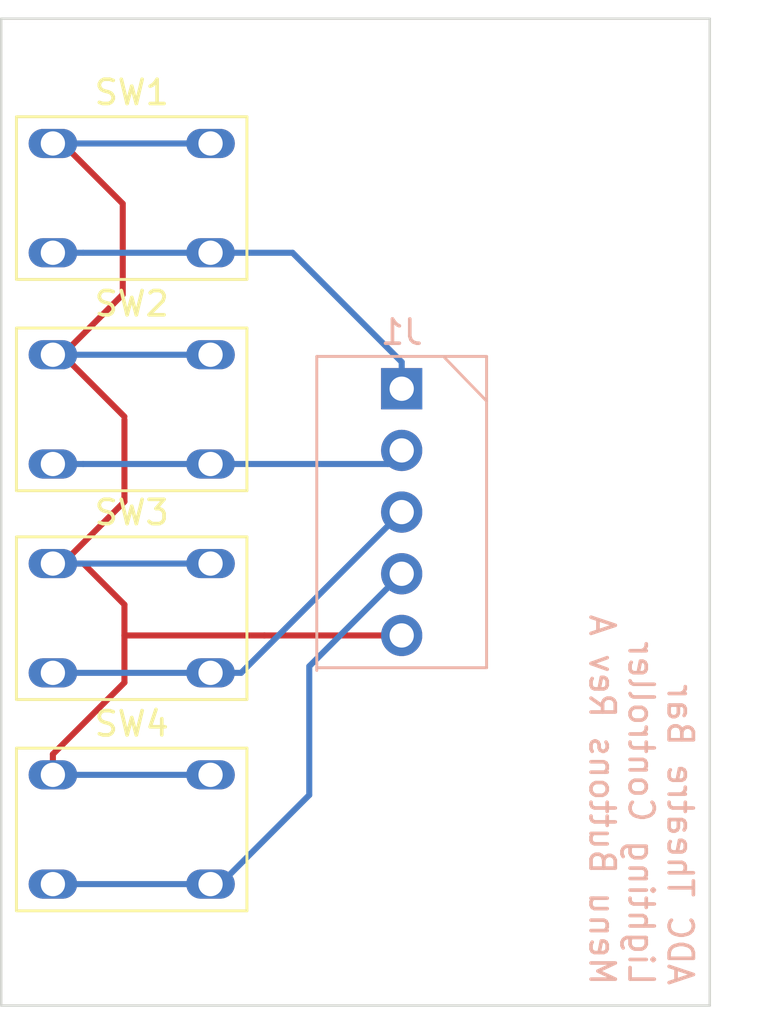
<source format=kicad_pcb>
(kicad_pcb (version 20171130) (host pcbnew "(5.1.4-0-10_14)")

  (general
    (thickness 1.6)
    (drawings 5)
    (tracks 37)
    (zones 0)
    (modules 8)
    (nets 6)
  )

  (page A4)
  (title_block
    (title "ADC Theatre Bar Lighting Controller - Menu Buttons")
    (date 2019-12-30)
    (rev A)
    (company "John Evans")
  )

  (layers
    (0 F.Cu signal)
    (31 B.Cu signal)
    (32 B.Adhes user)
    (33 F.Adhes user)
    (34 B.Paste user)
    (35 F.Paste user)
    (36 B.SilkS user)
    (37 F.SilkS user)
    (38 B.Mask user)
    (39 F.Mask user)
    (40 Dwgs.User user)
    (41 Cmts.User user)
    (42 Eco1.User user)
    (43 Eco2.User user)
    (44 Edge.Cuts user)
    (45 Margin user)
    (46 B.CrtYd user)
    (47 F.CrtYd user)
    (48 B.Fab user)
    (49 F.Fab user)
  )

  (setup
    (last_trace_width 0.25)
    (trace_clearance 0.2)
    (zone_clearance 0.508)
    (zone_45_only no)
    (trace_min 0.2)
    (via_size 0.8)
    (via_drill 0.4)
    (via_min_size 0.6)
    (via_min_drill 0.4)
    (uvia_size 0.3)
    (uvia_drill 0.1)
    (uvias_allowed no)
    (uvia_min_size 0.2)
    (uvia_min_drill 0.1)
    (edge_width 0.05)
    (segment_width 0.2)
    (pcb_text_width 0.3)
    (pcb_text_size 1.5 1.5)
    (mod_edge_width 0.12)
    (mod_text_size 1 1)
    (mod_text_width 0.15)
    (pad_size 1.524 1.524)
    (pad_drill 0.762)
    (pad_to_mask_clearance 0.051)
    (solder_mask_min_width 0.25)
    (aux_axis_origin 0 0)
    (visible_elements FFFFFF7F)
    (pcbplotparams
      (layerselection 0x010f0_ffffffff)
      (usegerberextensions false)
      (usegerberattributes false)
      (usegerberadvancedattributes false)
      (creategerberjobfile false)
      (excludeedgelayer true)
      (linewidth 0.100000)
      (plotframeref false)
      (viasonmask false)
      (mode 1)
      (useauxorigin false)
      (hpglpennumber 1)
      (hpglpenspeed 20)
      (hpglpendiameter 15.000000)
      (psnegative false)
      (psa4output false)
      (plotreference true)
      (plotvalue true)
      (plotinvisibletext false)
      (padsonsilk false)
      (subtractmaskfromsilk false)
      (outputformat 1)
      (mirror false)
      (drillshape 0)
      (scaleselection 1)
      (outputdirectory "/Users/John/Desktop/"))
  )

  (net 0 "")
  (net 1 "Net-(J1-Pad1)")
  (net 2 "Net-(J1-Pad2)")
  (net 3 "Net-(J1-Pad3)")
  (net 4 "Net-(J1-Pad4)")
  (net 5 "Net-(J1-Pad5)")

  (net_class Default "This is the default net class."
    (clearance 0.2)
    (trace_width 0.25)
    (via_dia 0.8)
    (via_drill 0.4)
    (uvia_dia 0.3)
    (uvia_drill 0.1)
    (add_net "Net-(J1-Pad1)")
    (add_net "Net-(J1-Pad2)")
    (add_net "Net-(J1-Pad3)")
    (add_net "Net-(J1-Pad4)")
    (add_net "Net-(J1-Pad5)")
  )

  (module Connector_PinHeader_2.54mm:Molex_KK254_1x05Vertical (layer B.Cu) (tedit 5E0CBAE3) (tstamp 5E0A8DAB)
    (at 151.13 69.85 180)
    (descr "Through hole straight pin header, 1x05, 2.54mm pitch, single row")
    (tags "Through hole pin header THT 1x05 2.54mm single row")
    (path /5E0A2F86)
    (fp_text reference J1 (at 0 2.33) (layer B.SilkS)
      (effects (font (size 1 1) (thickness 0.15)) (justify mirror))
    )
    (fp_text value Conn_01x05 (at 0 -12.49) (layer B.Fab)
      (effects (font (size 1 1) (thickness 0.15)) (justify mirror))
    )
    (fp_text user %R (at 0 -5.08 270) (layer B.Fab)
      (effects (font (size 1 1) (thickness 0.15)) (justify mirror))
    )
    (fp_line (start 3.18 1.19) (end -3.18 1.19) (layer B.CrtYd) (width 0.05))
    (fp_line (start 3.18 -11.36) (end 3.18 1.19) (layer B.CrtYd) (width 0.05))
    (fp_line (start -3.18 -11.36) (end 3.18 -11.36) (layer B.CrtYd) (width 0.05))
    (fp_line (start -3.18 1.19) (end -3.18 -11.36) (layer B.CrtYd) (width 0.05))
    (fp_line (start -3.5 1.33) (end 3.5 1.33) (layer B.SilkS) (width 0.12))
    (fp_line (start -3.5 -0.508) (end -1.778 1.27) (layer B.SilkS) (width 0.12))
    (fp_line (start 3.5 1.33) (end 3.5 -11.6) (layer B.SilkS) (width 0.12))
    (fp_line (start -3.5 1.33) (end -3.5 -11.49) (layer B.SilkS) (width 0.12))
    (fp_line (start -3.5 -11.49) (end 3.5 -11.49) (layer B.SilkS) (width 0.12))
    (fp_line (start -1.27 0.635) (end -0.635 1.27) (layer B.Fab) (width 0.1))
    (fp_line (start -1.27 -11.43) (end -1.27 0.635) (layer B.Fab) (width 0.1))
    (fp_line (start 1.27 -11.43) (end -1.27 -11.43) (layer B.Fab) (width 0.1))
    (fp_line (start 1.27 1.27) (end 1.27 -11.43) (layer B.Fab) (width 0.1))
    (fp_line (start -0.635 1.27) (end 1.27 1.27) (layer B.Fab) (width 0.1))
    (pad 5 thru_hole oval (at 0 -10.16 180) (size 1.7 1.7) (drill 1) (layers *.Cu *.Mask)
      (net 5 "Net-(J1-Pad5)"))
    (pad 4 thru_hole oval (at 0 -7.62 180) (size 1.7 1.7) (drill 1) (layers *.Cu *.Mask)
      (net 4 "Net-(J1-Pad4)"))
    (pad 3 thru_hole oval (at 0 -5.08 180) (size 1.7 1.7) (drill 1) (layers *.Cu *.Mask)
      (net 3 "Net-(J1-Pad3)"))
    (pad 2 thru_hole oval (at 0 -2.54 180) (size 1.7 1.7) (drill 1) (layers *.Cu *.Mask)
      (net 2 "Net-(J1-Pad2)"))
    (pad 1 thru_hole rect (at 0 0 180) (size 1.7 1.7) (drill 1) (layers *.Cu *.Mask)
      (net 1 "Net-(J1-Pad1)"))
    (model ${KISYS3DMOD}/Connector_PinHeader_2.54mm.3dshapes/PinHeader_1x05_P2.54mm_Vertical.wrl
      (at (xyz 0 0 0))
      (scale (xyz 1 1 1))
      (rotate (xyz 0 0 0))
    )
  )

  (module MountingHole:MountingHole_3mm (layer F.Cu) (tedit 56D1B4CB) (tstamp 5E0A9ECD)
    (at 158.75 74.93)
    (descr "Mounting Hole 3mm, no annular")
    (tags "mounting hole 3mm no annular")
    (attr virtual)
    (fp_text reference REF** (at 0 -5) (layer F.Fab)
      (effects (font (size 1 1) (thickness 0.15)))
    )
    (fp_text value MountingHole_3mm (at 0 5) (layer F.Fab)
      (effects (font (size 1 1) (thickness 0.15)))
    )
    (fp_circle (center 0 0) (end 3.25 0) (layer F.CrtYd) (width 0.05))
    (fp_circle (center 0 0) (end 3 0) (layer Cmts.User) (width 0.15))
    (fp_text user %R (at 0.3 0) (layer F.Fab)
      (effects (font (size 1 1) (thickness 0.15)))
    )
    (pad 1 np_thru_hole circle (at 0 0) (size 3 3) (drill 3) (layers *.Cu *.Mask))
  )

  (module MountingHole:MountingHole_3mm (layer F.Cu) (tedit 56D1B4CB) (tstamp 5E0A9E55)
    (at 151.13 90.17)
    (descr "Mounting Hole 3mm, no annular")
    (tags "mounting hole 3mm no annular")
    (attr virtual)
    (fp_text reference REF** (at 0 -5) (layer F.Fab)
      (effects (font (size 1 1) (thickness 0.15)))
    )
    (fp_text value MountingHole_3mm (at 0 5) (layer F.Fab)
      (effects (font (size 1 1) (thickness 0.15)))
    )
    (fp_circle (center 0 0) (end 3.25 0) (layer F.CrtYd) (width 0.05))
    (fp_circle (center 0 0) (end 3 0) (layer Cmts.User) (width 0.15))
    (fp_text user %R (at 0.3 0) (layer F.Fab)
      (effects (font (size 1 1) (thickness 0.15)))
    )
    (pad 1 np_thru_hole circle (at 0 0) (size 3 3) (drill 3) (layers *.Cu *.Mask))
  )

  (module MountingHole:MountingHole_3mm (layer F.Cu) (tedit 56D1B4CB) (tstamp 5E0A9E0D)
    (at 151.13 59.69)
    (descr "Mounting Hole 3mm, no annular")
    (tags "mounting hole 3mm no annular")
    (attr virtual)
    (fp_text reference REF** (at 0 -5) (layer F.Fab)
      (effects (font (size 1 1) (thickness 0.15)))
    )
    (fp_text value MountingHole_3mm (at 0 5) (layer F.Fab)
      (effects (font (size 1 1) (thickness 0.15)))
    )
    (fp_circle (center 0 0) (end 3.25 0) (layer F.CrtYd) (width 0.05))
    (fp_circle (center 0 0) (end 3 0) (layer Cmts.User) (width 0.15))
    (fp_text user %R (at 0.3 0) (layer F.Fab)
      (effects (font (size 1 1) (thickness 0.15)))
    )
    (pad 1 np_thru_hole circle (at 0 0) (size 3 3) (drill 3) (layers *.Cu *.Mask))
  )

  (module Button_Switch_THT:TE6mmTactSW (layer F.Cu) (tedit 5E0A590F) (tstamp 5E0A8DBB)
    (at 140 62 270)
    (path /5E0A5C6C)
    (fp_text reference SW1 (at -4.35 0) (layer F.SilkS)
      (effects (font (size 1 1) (thickness 0.15)))
    )
    (fp_text value Menu (at 0 0 90) (layer F.Fab)
      (effects (font (size 1 1) (thickness 0.15)))
    )
    (fp_line (start -3.1 4.5) (end -3.1 -4.5) (layer F.CrtYd) (width 0.05))
    (fp_line (start 3.1 4.5) (end -3.1 4.5) (layer F.CrtYd) (width 0.05))
    (fp_line (start 3.1 -4.5) (end 3.1 4.5) (layer F.CrtYd) (width 0.05))
    (fp_line (start -3.1 -4.5) (end 3.1 -4.5) (layer F.CrtYd) (width 0.05))
    (fp_line (start -3.349999 -4.75) (end -3.35 4.75) (layer F.SilkS) (width 0.12))
    (fp_line (start 3.35 -4.75) (end -3.349999 -4.75) (layer F.SilkS) (width 0.12))
    (fp_line (start 3.349999 4.75) (end 3.35 -4.75) (layer F.SilkS) (width 0.12))
    (fp_line (start -3.35 4.75) (end 3.349999 4.75) (layer F.SilkS) (width 0.12))
    (pad 3 thru_hole oval (at 2.25 3.25 270) (size 1.2 2) (drill 1) (layers *.Cu *.Mask)
      (net 1 "Net-(J1-Pad1)"))
    (pad 4 thru_hole oval (at 2.25 -3.25 270) (size 1.2 2) (drill 1) (layers *.Cu *.Mask)
      (net 1 "Net-(J1-Pad1)"))
    (pad 1 thru_hole oval (at -2.25 3.25 270) (size 1.2 2) (drill 1) (layers *.Cu *.Mask)
      (net 5 "Net-(J1-Pad5)"))
    (pad 2 thru_hole oval (at -2.25 -3.25 270) (size 1.2 2) (drill 1) (layers *.Cu *.Mask)
      (net 5 "Net-(J1-Pad5)"))
  )

  (module Button_Switch_THT:TE6mmTactSW (layer F.Cu) (tedit 5E0A590F) (tstamp 5E0A8DCB)
    (at 140 70.7 270)
    (path /5E0A7208)
    (fp_text reference SW2 (at -4.35 0) (layer F.SilkS)
      (effects (font (size 1 1) (thickness 0.15)))
    )
    (fp_text value Set (at 0 0 90) (layer F.Fab)
      (effects (font (size 1 1) (thickness 0.15)))
    )
    (fp_line (start -3.1 4.5) (end -3.1 -4.5) (layer F.CrtYd) (width 0.05))
    (fp_line (start 3.1 4.5) (end -3.1 4.5) (layer F.CrtYd) (width 0.05))
    (fp_line (start 3.1 -4.5) (end 3.1 4.5) (layer F.CrtYd) (width 0.05))
    (fp_line (start -3.1 -4.5) (end 3.1 -4.5) (layer F.CrtYd) (width 0.05))
    (fp_line (start -3.349999 -4.75) (end -3.35 4.75) (layer F.SilkS) (width 0.12))
    (fp_line (start 3.35 -4.75) (end -3.349999 -4.75) (layer F.SilkS) (width 0.12))
    (fp_line (start 3.349999 4.75) (end 3.35 -4.75) (layer F.SilkS) (width 0.12))
    (fp_line (start -3.35 4.75) (end 3.349999 4.75) (layer F.SilkS) (width 0.12))
    (pad 3 thru_hole oval (at 2.25 3.25 270) (size 1.2 2) (drill 1) (layers *.Cu *.Mask)
      (net 2 "Net-(J1-Pad2)"))
    (pad 4 thru_hole oval (at 2.25 -3.25 270) (size 1.2 2) (drill 1) (layers *.Cu *.Mask)
      (net 2 "Net-(J1-Pad2)"))
    (pad 1 thru_hole oval (at -2.25 3.25 270) (size 1.2 2) (drill 1) (layers *.Cu *.Mask)
      (net 5 "Net-(J1-Pad5)"))
    (pad 2 thru_hole oval (at -2.25 -3.25 270) (size 1.2 2) (drill 1) (layers *.Cu *.Mask)
      (net 5 "Net-(J1-Pad5)"))
  )

  (module Button_Switch_THT:TE6mmTactSW (layer F.Cu) (tedit 5E0A590F) (tstamp 5E0A8DDB)
    (at 140 79.3 270)
    (path /5E0A7DAD)
    (fp_text reference SW3 (at -4.35 0) (layer F.SilkS)
      (effects (font (size 1 1) (thickness 0.15)))
    )
    (fp_text value Up (at 0 0 90) (layer F.Fab)
      (effects (font (size 1 1) (thickness 0.15)))
    )
    (fp_line (start -3.1 4.5) (end -3.1 -4.5) (layer F.CrtYd) (width 0.05))
    (fp_line (start 3.1 4.5) (end -3.1 4.5) (layer F.CrtYd) (width 0.05))
    (fp_line (start 3.1 -4.5) (end 3.1 4.5) (layer F.CrtYd) (width 0.05))
    (fp_line (start -3.1 -4.5) (end 3.1 -4.5) (layer F.CrtYd) (width 0.05))
    (fp_line (start -3.349999 -4.75) (end -3.35 4.75) (layer F.SilkS) (width 0.12))
    (fp_line (start 3.35 -4.75) (end -3.349999 -4.75) (layer F.SilkS) (width 0.12))
    (fp_line (start 3.349999 4.75) (end 3.35 -4.75) (layer F.SilkS) (width 0.12))
    (fp_line (start -3.35 4.75) (end 3.349999 4.75) (layer F.SilkS) (width 0.12))
    (pad 3 thru_hole oval (at 2.25 3.25 270) (size 1.2 2) (drill 1) (layers *.Cu *.Mask)
      (net 3 "Net-(J1-Pad3)"))
    (pad 4 thru_hole oval (at 2.25 -3.25 270) (size 1.2 2) (drill 1) (layers *.Cu *.Mask)
      (net 3 "Net-(J1-Pad3)"))
    (pad 1 thru_hole oval (at -2.25 3.25 270) (size 1.2 2) (drill 1) (layers *.Cu *.Mask)
      (net 5 "Net-(J1-Pad5)"))
    (pad 2 thru_hole oval (at -2.25 -3.25 270) (size 1.2 2) (drill 1) (layers *.Cu *.Mask)
      (net 5 "Net-(J1-Pad5)"))
  )

  (module Button_Switch_THT:TE6mmTactSW (layer F.Cu) (tedit 5E0A590F) (tstamp 5E0A8DEB)
    (at 140 88 270)
    (path /5E0A8410)
    (fp_text reference SW4 (at -4.35 0) (layer F.SilkS)
      (effects (font (size 1 1) (thickness 0.15)))
    )
    (fp_text value Down (at 0 0 90) (layer F.Fab)
      (effects (font (size 1 1) (thickness 0.15)))
    )
    (fp_line (start -3.1 4.5) (end -3.1 -4.5) (layer F.CrtYd) (width 0.05))
    (fp_line (start 3.1 4.5) (end -3.1 4.5) (layer F.CrtYd) (width 0.05))
    (fp_line (start 3.1 -4.5) (end 3.1 4.5) (layer F.CrtYd) (width 0.05))
    (fp_line (start -3.1 -4.5) (end 3.1 -4.5) (layer F.CrtYd) (width 0.05))
    (fp_line (start -3.349999 -4.75) (end -3.35 4.75) (layer F.SilkS) (width 0.12))
    (fp_line (start 3.35 -4.75) (end -3.349999 -4.75) (layer F.SilkS) (width 0.12))
    (fp_line (start 3.349999 4.75) (end 3.35 -4.75) (layer F.SilkS) (width 0.12))
    (fp_line (start -3.35 4.75) (end 3.349999 4.75) (layer F.SilkS) (width 0.12))
    (pad 3 thru_hole oval (at 2.25 3.25 270) (size 1.2 2) (drill 1) (layers *.Cu *.Mask)
      (net 4 "Net-(J1-Pad4)"))
    (pad 4 thru_hole oval (at 2.25 -3.25 270) (size 1.2 2) (drill 1) (layers *.Cu *.Mask)
      (net 4 "Net-(J1-Pad4)"))
    (pad 1 thru_hole oval (at -2.25 3.25 270) (size 1.2 2) (drill 1) (layers *.Cu *.Mask)
      (net 5 "Net-(J1-Pad5)"))
    (pad 2 thru_hole oval (at -2.25 -3.25 270) (size 1.2 2) (drill 1) (layers *.Cu *.Mask)
      (net 5 "Net-(J1-Pad5)"))
  )

  (gr_text "ADC Theatre Bar \nLighting Controller\nMenu Buttons Rev A\n" (at 161 94.5 -90) (layer B.SilkS)
    (effects (font (size 1 1) (thickness 0.15)) (justify left mirror))
  )
  (gr_line (start 134.62 95.25) (end 134.62 54.61) (layer Edge.Cuts) (width 0.1))
  (gr_line (start 163.83 95.25) (end 134.62 95.25) (layer Edge.Cuts) (width 0.1))
  (gr_line (start 163.83 54.61) (end 163.83 95.25) (layer Edge.Cuts) (width 0.1))
  (gr_line (start 134.62 54.61) (end 163.83 54.61) (layer Edge.Cuts) (width 0.1))

  (segment (start 138 64.25) (end 143.25 64.25) (width 0.25) (layer B.Cu) (net 1))
  (segment (start 136.75 64.25) (end 138 64.25) (width 0.25) (layer B.Cu) (net 1))
  (segment (start 151.13 68.75) (end 151.13 69.85) (width 0.25) (layer B.Cu) (net 1))
  (segment (start 146.63 64.25) (end 151.13 68.75) (width 0.25) (layer B.Cu) (net 1))
  (segment (start 143.25 64.25) (end 146.63 64.25) (width 0.25) (layer B.Cu) (net 1))
  (segment (start 138 72.95) (end 143.25 72.95) (width 0.25) (layer B.Cu) (net 2))
  (segment (start 136.75 72.95) (end 138 72.95) (width 0.25) (layer B.Cu) (net 2))
  (segment (start 150.57 72.95) (end 151.13 72.39) (width 0.25) (layer B.Cu) (net 2))
  (segment (start 143.25 72.95) (end 150.57 72.95) (width 0.25) (layer B.Cu) (net 2))
  (segment (start 136.75 81.55) (end 143.25 81.55) (width 0.25) (layer B.Cu) (net 3))
  (segment (start 144.51 81.55) (end 151.13 74.93) (width 0.25) (layer B.Cu) (net 3))
  (segment (start 143.25 81.55) (end 144.51 81.55) (width 0.25) (layer B.Cu) (net 3))
  (segment (start 136.75 90.25) (end 143.25 90.25) (width 0.25) (layer B.Cu) (net 4))
  (segment (start 143.65 90.25) (end 147.32 86.58) (width 0.25) (layer B.Cu) (net 4))
  (segment (start 143.25 90.25) (end 143.65 90.25) (width 0.25) (layer B.Cu) (net 4))
  (segment (start 147.32 81.28) (end 151.13 77.47) (width 0.25) (layer B.Cu) (net 4))
  (segment (start 147.32 86.58) (end 147.32 81.28) (width 0.25) (layer B.Cu) (net 4))
  (segment (start 143.25 59.75) (end 136.75 59.75) (width 0.25) (layer B.Cu) (net 5))
  (segment (start 143.25 68.45) (end 136.75 68.45) (width 0.25) (layer B.Cu) (net 5))
  (segment (start 143.25 77.05) (end 136.75 77.05) (width 0.25) (layer B.Cu) (net 5))
  (segment (start 143.25 85.75) (end 136.75 85.75) (width 0.25) (layer B.Cu) (net 5))
  (segment (start 137.15 59.75) (end 139.63 62.23) (width 0.25) (layer F.Cu) (net 5))
  (segment (start 136.75 59.75) (end 137.15 59.75) (width 0.25) (layer F.Cu) (net 5))
  (segment (start 139.63 62.23) (end 139.63 65.97) (width 0.25) (layer F.Cu) (net 5))
  (segment (start 137.15 68.45) (end 136.75 68.45) (width 0.25) (layer F.Cu) (net 5))
  (segment (start 139.63 65.97) (end 137.15 68.45) (width 0.25) (layer F.Cu) (net 5))
  (segment (start 137.15 68.45) (end 139.7 71) (width 0.25) (layer F.Cu) (net 5))
  (segment (start 137.15 77.05) (end 139.7 74.5) (width 0.25) (layer F.Cu) (net 5))
  (segment (start 136.75 77.05) (end 137.15 77.05) (width 0.25) (layer F.Cu) (net 5))
  (segment (start 139.7 74.5) (end 139.7 71.12) (width 0.25) (layer F.Cu) (net 5))
  (segment (start 145.47 80.01) (end 139.7 80.01) (width 0.25) (layer F.Cu) (net 5))
  (segment (start 136.75 77.05) (end 138.01 77.05) (width 0.25) (layer F.Cu) (net 5))
  (segment (start 138.01 77.05) (end 139.7 78.74) (width 0.25) (layer F.Cu) (net 5))
  (segment (start 136.75 84.9) (end 136.75 85.75) (width 0.25) (layer F.Cu) (net 5))
  (segment (start 139.7 81.95) (end 136.75 84.9) (width 0.25) (layer F.Cu) (net 5))
  (segment (start 139.7 78.74) (end 139.7 81.95) (width 0.25) (layer F.Cu) (net 5))
  (segment (start 145.47 80.01) (end 151.13 80.01) (width 0.25) (layer F.Cu) (net 5))

)

</source>
